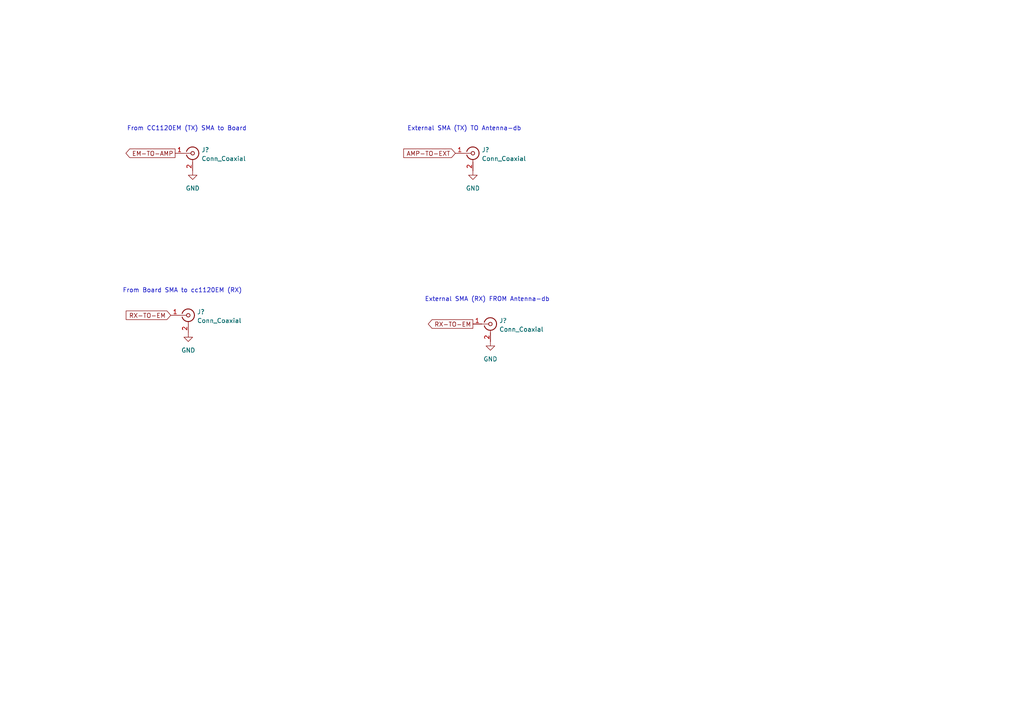
<source format=kicad_sch>
(kicad_sch (version 20211123) (generator eeschema)
  (paper "A4")
  (lib_symbols
    (symbol "Connector:Conn_Coaxial" (pin_names (offset 1.016) hide)
      (property "Reference" "J" (at 0.254 3.048 0))
      (property "Value" "Conn_Coaxial" (at 2.921 0 90))
      (symbol "Conn_Coaxial_0_1"
        (arc (start -1.778 -0.508) (mid 0.2311 -1.8066) (end 1.778 0) (stroke (width 0.254)))
        (polyline (pts (xy -2.54 0) (xy -0.508 0)))
        (polyline (pts (xy 0 -2.54) (xy 0 -1.778)))
        (circle (center 0 0) (radius 0.508) (stroke (width 0.2032)))
        (arc (start 1.778 0) (mid 0.2099 1.8101) (end -1.778 0.508) (stroke (width 0.254)))
      )
      (symbol "Conn_Coaxial_1_1"
        (pin passive line (at -5.08 0 0) (length 2.54) (name "In") (number "1"))
        (pin passive line (at 0 -5.08 90) (length 2.54) (name "Ext") (number "2"))
      )
    )
    (symbol "power:GND" (power) (pin_names (offset 0))
      (property "Value" "GND" (at 0 -3.81 0))
      (symbol "GND_0_1"
        (polyline (pts (xy 0 0) (xy 0 -1.27) (xy 1.27 -1.27) (xy 0 -2.54) (xy -1.27 -1.27) (xy 0 -1.27)))
      )
      (symbol "GND_1_1"
        (pin power_in line (at 0 0 270) (length 0) hide (name "GND") (number "1"))
      )
    )
  )
  (text "External SMA (RX) FROM Antenna-db" (at 123.19 87.63 0) (effects (font (size 1.27 1.27)) (justify left bottom)))
  (text "From CC1120EM (TX) SMA to Board" (at 36.83 38.1 0) (effects (font (size 1.27 1.27)) (justify left bottom)))
  (text "External SMA (TX) TO Antenna-db" (at 118.11 38.1 0) (effects (font (size 1.27 1.27)) (justify left bottom)))
  (text "From Board SMA to cc1120EM (RX)" (at 35.56 85.09 0) (effects (font (size 1.27 1.27)) (justify left bottom)))
  (global_label "RX-TO-EM" (shape output) (at 137.16 93.98 180) (property "Intersheet References" "${INTERSHEET_REFS}" (effects hide)))
  (global_label "EM-TO-AMP" (shape output) (at 50.8 44.45 180) (property "Intersheet References" "${INTERSHEET_REFS}" (effects hide)))
  (global_label "AMP-TO-EXT" (shape input) (at 132.08 44.45 180) (property "Intersheet References" "${INTERSHEET_REFS}" (effects hide)))
  (global_label "RX-TO-EM" (shape input) (at 49.53 91.44 180) (property "Intersheet References" "${INTERSHEET_REFS}" (effects hide)))
  (symbol (lib_id "power:GND") (at 55.88 49.53 0) (unit 1)
    (property "Reference" "#PWR?" (effects hide))
    (property "Value" "GND" (at 55.88 54.61 0))
  )
  (symbol (lib_id "Connector:Conn_Coaxial") (at 55.88 44.45 0) (unit 1)
    (property "Reference" "J?" (at 58.42 43.4731 0) (effects (justify left)))
    (property "Value" "Conn_Coaxial" (at 58.42 46.0131 0) (effects (justify left)))
    (property "Datasheet" " ~" (effects hide))
  )
  (symbol (lib_id "Connector:Conn_Coaxial") (at 142.24 93.98 0) (unit 1)
    (property "Reference" "J?" (at 144.78 93.0031 0) (effects (justify left)))
    (property "Value" "Conn_Coaxial" (at 144.78 95.5431 0) (effects (justify left)))
    (property "Footprint" "Connector_Coaxial:SMA_Amphenol_132134-10_Vertical" (effects hide))
    (property "Datasheet" " ~" (effects hide))
  )
  (symbol (lib_id "Connector:Conn_Coaxial") (at 54.61 91.44 0) (unit 1)
    (property "Reference" "J?" (at 57.15 90.4631 0) (effects (justify left)))
    (property "Value" "Conn_Coaxial" (at 57.15 93.0031 0) (effects (justify left)))
    (property "Footprint" "Connector_Coaxial:SMA_Amphenol_132134-10_Vertical" (effects hide))
    (property "Datasheet" " ~" (effects hide))
  )
  (symbol (lib_id "power:GND") (at 142.24 99.06 0) (unit 1)
    (property "Reference" "#PWR?" (effects hide))
    (property "Value" "GND" (at 142.24 104.14 0))
  )
  (symbol (lib_id "power:GND") (at 54.61 96.52 0) (unit 1)
    (property "Reference" "#PWR?" (effects hide))
    (property "Value" "GND" (at 54.61 101.6 0))
  )
  (symbol (lib_id "power:GND") (at 137.16 49.53 0) (unit 1)
    (property "Reference" "#PWR?" (effects hide))
    (property "Value" "GND" (at 137.16 54.61 0))
  )
  (symbol (lib_id "Connector:Conn_Coaxial") (at 137.16 44.45 0) (unit 1)
    (property "Reference" "J?" (at 139.7 43.4731 0) (effects (justify left)))
    (property "Value" "Conn_Coaxial" (at 139.7 46.0131 0) (effects (justify left)))
    (property "Footprint" "Connector_Coaxial:SMA_Amphenol_132134-10_Vertical" (effects hide))
    (property "Datasheet" " ~" (effects hide))
  )
)
</source>
